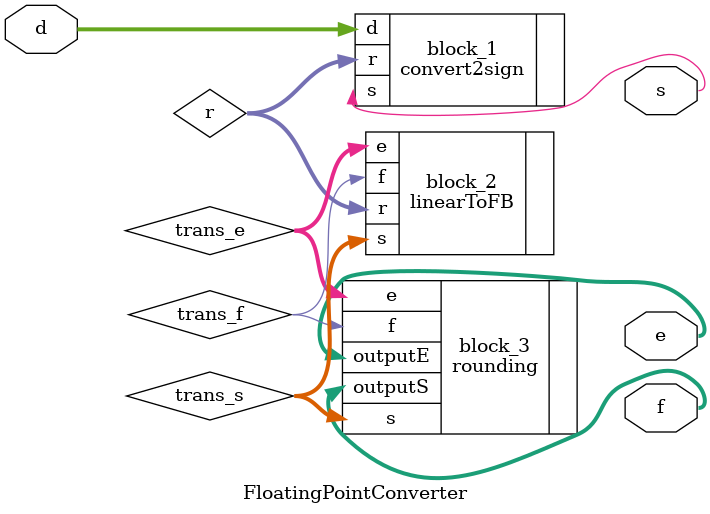
<source format=v>
`timescale 1ns / 1ps
module FloatingPointConverter(input [11:0] d, output [0:0] s, output [2:0] e, output [3:0] f
    );
	
	wire [11:0] r;
	wire [2:0] trans_e;
	wire [3:0] trans_s;
	wire [0:0] trans_f;
	
	convert2sign block_1(
		.d(d),
		.s(s),
		.r(r)
	);
	
	linearToFB block_2(
		.r(r),
		.e(trans_e),
		.s(trans_s),
		.f(trans_f)
	);
	
	rounding block_3(
		.e(trans_e),
		.s(trans_s),
		.f(trans_f),
		.outputE(e),
		.outputS(f)
	);
	

endmodule

</source>
